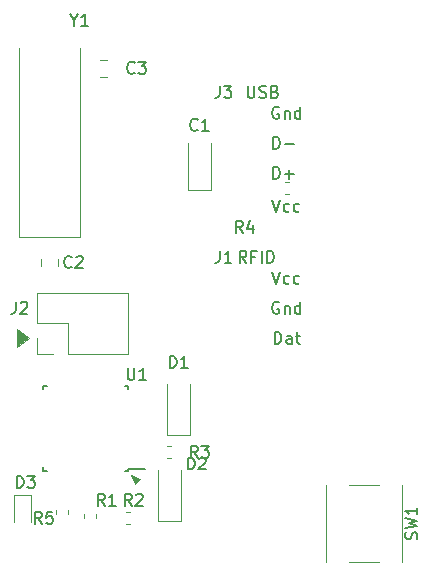
<source format=gbr>
G04 #@! TF.GenerationSoftware,KiCad,Pcbnew,(5.1.0)-1*
G04 #@! TF.CreationDate,2019-05-27T09:53:24+03:00*
G04 #@! TF.ProjectId,USB_RFID,5553425f-5246-4494-942e-6b696361645f,rev?*
G04 #@! TF.SameCoordinates,Original*
G04 #@! TF.FileFunction,Legend,Top*
G04 #@! TF.FilePolarity,Positive*
%FSLAX46Y46*%
G04 Gerber Fmt 4.6, Leading zero omitted, Abs format (unit mm)*
G04 Created by KiCad (PCBNEW (5.1.0)-1) date 2019-05-27 09:53:24*
%MOMM*%
%LPD*%
G04 APERTURE LIST*
%ADD10C,0.150000*%
%ADD11C,0.100000*%
%ADD12C,0.120000*%
G04 APERTURE END LIST*
D10*
X34806095Y-47458380D02*
X34806095Y-48267904D01*
X34853714Y-48363142D01*
X34901333Y-48410761D01*
X34996571Y-48458380D01*
X35187047Y-48458380D01*
X35282285Y-48410761D01*
X35329904Y-48363142D01*
X35377523Y-48267904D01*
X35377523Y-47458380D01*
X35806095Y-48410761D02*
X35948952Y-48458380D01*
X36187047Y-48458380D01*
X36282285Y-48410761D01*
X36329904Y-48363142D01*
X36377523Y-48267904D01*
X36377523Y-48172666D01*
X36329904Y-48077428D01*
X36282285Y-48029809D01*
X36187047Y-47982190D01*
X35996571Y-47934571D01*
X35901333Y-47886952D01*
X35853714Y-47839333D01*
X35806095Y-47744095D01*
X35806095Y-47648857D01*
X35853714Y-47553619D01*
X35901333Y-47506000D01*
X35996571Y-47458380D01*
X36234666Y-47458380D01*
X36377523Y-47506000D01*
X37139428Y-47934571D02*
X37282285Y-47982190D01*
X37329904Y-48029809D01*
X37377523Y-48125047D01*
X37377523Y-48267904D01*
X37329904Y-48363142D01*
X37282285Y-48410761D01*
X37187047Y-48458380D01*
X36806095Y-48458380D01*
X36806095Y-47458380D01*
X37139428Y-47458380D01*
X37234666Y-47506000D01*
X37282285Y-47553619D01*
X37329904Y-47648857D01*
X37329904Y-47744095D01*
X37282285Y-47839333D01*
X37234666Y-47886952D01*
X37139428Y-47934571D01*
X36806095Y-47934571D01*
X34702857Y-62428380D02*
X34369523Y-61952190D01*
X34131428Y-62428380D02*
X34131428Y-61428380D01*
X34512380Y-61428380D01*
X34607619Y-61476000D01*
X34655238Y-61523619D01*
X34702857Y-61618857D01*
X34702857Y-61761714D01*
X34655238Y-61856952D01*
X34607619Y-61904571D01*
X34512380Y-61952190D01*
X34131428Y-61952190D01*
X35464761Y-61904571D02*
X35131428Y-61904571D01*
X35131428Y-62428380D02*
X35131428Y-61428380D01*
X35607619Y-61428380D01*
X35988571Y-62428380D02*
X35988571Y-61428380D01*
X36464761Y-62428380D02*
X36464761Y-61428380D01*
X36702857Y-61428380D01*
X36845714Y-61476000D01*
X36940952Y-61571238D01*
X36988571Y-61666476D01*
X37036190Y-61856952D01*
X37036190Y-61999809D01*
X36988571Y-62190285D01*
X36940952Y-62285523D01*
X36845714Y-62380761D01*
X36702857Y-62428380D01*
X36464761Y-62428380D01*
X36965047Y-55316380D02*
X36965047Y-54316380D01*
X37203142Y-54316380D01*
X37346000Y-54364000D01*
X37441238Y-54459238D01*
X37488857Y-54554476D01*
X37536476Y-54744952D01*
X37536476Y-54887809D01*
X37488857Y-55078285D01*
X37441238Y-55173523D01*
X37346000Y-55268761D01*
X37203142Y-55316380D01*
X36965047Y-55316380D01*
X37965047Y-54935428D02*
X38726952Y-54935428D01*
X38346000Y-55316380D02*
X38346000Y-54554476D01*
X36965047Y-52776380D02*
X36965047Y-51776380D01*
X37203142Y-51776380D01*
X37346000Y-51824000D01*
X37441238Y-51919238D01*
X37488857Y-52014476D01*
X37536476Y-52204952D01*
X37536476Y-52347809D01*
X37488857Y-52538285D01*
X37441238Y-52633523D01*
X37346000Y-52728761D01*
X37203142Y-52776380D01*
X36965047Y-52776380D01*
X37965047Y-52395428D02*
X38726952Y-52395428D01*
X36909523Y-57110380D02*
X37242857Y-58110380D01*
X37576190Y-57110380D01*
X38338095Y-58062761D02*
X38242857Y-58110380D01*
X38052380Y-58110380D01*
X37957142Y-58062761D01*
X37909523Y-58015142D01*
X37861904Y-57919904D01*
X37861904Y-57634190D01*
X37909523Y-57538952D01*
X37957142Y-57491333D01*
X38052380Y-57443714D01*
X38242857Y-57443714D01*
X38338095Y-57491333D01*
X39195238Y-58062761D02*
X39100000Y-58110380D01*
X38909523Y-58110380D01*
X38814285Y-58062761D01*
X38766666Y-58015142D01*
X38719047Y-57919904D01*
X38719047Y-57634190D01*
X38766666Y-57538952D01*
X38814285Y-57491333D01*
X38909523Y-57443714D01*
X39100000Y-57443714D01*
X39195238Y-57491333D01*
X37457142Y-49284000D02*
X37361904Y-49236380D01*
X37219047Y-49236380D01*
X37076190Y-49284000D01*
X36980952Y-49379238D01*
X36933333Y-49474476D01*
X36885714Y-49664952D01*
X36885714Y-49807809D01*
X36933333Y-49998285D01*
X36980952Y-50093523D01*
X37076190Y-50188761D01*
X37219047Y-50236380D01*
X37314285Y-50236380D01*
X37457142Y-50188761D01*
X37504761Y-50141142D01*
X37504761Y-49807809D01*
X37314285Y-49807809D01*
X37933333Y-49569714D02*
X37933333Y-50236380D01*
X37933333Y-49664952D02*
X37980952Y-49617333D01*
X38076190Y-49569714D01*
X38219047Y-49569714D01*
X38314285Y-49617333D01*
X38361904Y-49712571D01*
X38361904Y-50236380D01*
X39266666Y-50236380D02*
X39266666Y-49236380D01*
X39266666Y-50188761D02*
X39171428Y-50236380D01*
X38980952Y-50236380D01*
X38885714Y-50188761D01*
X38838095Y-50141142D01*
X38790476Y-50045904D01*
X38790476Y-49760190D01*
X38838095Y-49664952D01*
X38885714Y-49617333D01*
X38980952Y-49569714D01*
X39171428Y-49569714D01*
X39266666Y-49617333D01*
X37100000Y-69286380D02*
X37100000Y-68286380D01*
X37338095Y-68286380D01*
X37480952Y-68334000D01*
X37576190Y-68429238D01*
X37623809Y-68524476D01*
X37671428Y-68714952D01*
X37671428Y-68857809D01*
X37623809Y-69048285D01*
X37576190Y-69143523D01*
X37480952Y-69238761D01*
X37338095Y-69286380D01*
X37100000Y-69286380D01*
X38528571Y-69286380D02*
X38528571Y-68762571D01*
X38480952Y-68667333D01*
X38385714Y-68619714D01*
X38195238Y-68619714D01*
X38100000Y-68667333D01*
X38528571Y-69238761D02*
X38433333Y-69286380D01*
X38195238Y-69286380D01*
X38100000Y-69238761D01*
X38052380Y-69143523D01*
X38052380Y-69048285D01*
X38100000Y-68953047D01*
X38195238Y-68905428D01*
X38433333Y-68905428D01*
X38528571Y-68857809D01*
X38861904Y-68619714D02*
X39242857Y-68619714D01*
X39004761Y-68286380D02*
X39004761Y-69143523D01*
X39052380Y-69238761D01*
X39147619Y-69286380D01*
X39242857Y-69286380D01*
X37457142Y-65794000D02*
X37361904Y-65746380D01*
X37219047Y-65746380D01*
X37076190Y-65794000D01*
X36980952Y-65889238D01*
X36933333Y-65984476D01*
X36885714Y-66174952D01*
X36885714Y-66317809D01*
X36933333Y-66508285D01*
X36980952Y-66603523D01*
X37076190Y-66698761D01*
X37219047Y-66746380D01*
X37314285Y-66746380D01*
X37457142Y-66698761D01*
X37504761Y-66651142D01*
X37504761Y-66317809D01*
X37314285Y-66317809D01*
X37933333Y-66079714D02*
X37933333Y-66746380D01*
X37933333Y-66174952D02*
X37980952Y-66127333D01*
X38076190Y-66079714D01*
X38219047Y-66079714D01*
X38314285Y-66127333D01*
X38361904Y-66222571D01*
X38361904Y-66746380D01*
X39266666Y-66746380D02*
X39266666Y-65746380D01*
X39266666Y-66698761D02*
X39171428Y-66746380D01*
X38980952Y-66746380D01*
X38885714Y-66698761D01*
X38838095Y-66651142D01*
X38790476Y-66555904D01*
X38790476Y-66270190D01*
X38838095Y-66174952D01*
X38885714Y-66127333D01*
X38980952Y-66079714D01*
X39171428Y-66079714D01*
X39266666Y-66127333D01*
X36909523Y-63206380D02*
X37242857Y-64206380D01*
X37576190Y-63206380D01*
X38338095Y-64158761D02*
X38242857Y-64206380D01*
X38052380Y-64206380D01*
X37957142Y-64158761D01*
X37909523Y-64111142D01*
X37861904Y-64015904D01*
X37861904Y-63730190D01*
X37909523Y-63634952D01*
X37957142Y-63587333D01*
X38052380Y-63539714D01*
X38242857Y-63539714D01*
X38338095Y-63587333D01*
X39195238Y-64158761D02*
X39100000Y-64206380D01*
X38909523Y-64206380D01*
X38814285Y-64158761D01*
X38766666Y-64111142D01*
X38719047Y-64015904D01*
X38719047Y-63730190D01*
X38766666Y-63634952D01*
X38814285Y-63587333D01*
X38909523Y-63539714D01*
X39100000Y-63539714D01*
X39195238Y-63587333D01*
D11*
G36*
X25654000Y-80772000D02*
G01*
X25294790Y-81131212D01*
X24935580Y-80412790D01*
X25654000Y-80772000D01*
G37*
X25654000Y-80772000D02*
X25294790Y-81131212D01*
X24935580Y-80412790D01*
X25654000Y-80772000D01*
G36*
X16256000Y-68834000D02*
G01*
X15240000Y-69596000D01*
X15240000Y-68072000D01*
X16256000Y-68834000D01*
G37*
X16256000Y-68834000D02*
X15240000Y-69596000D01*
X15240000Y-68072000D01*
X16256000Y-68834000D01*
D12*
X29799000Y-52328000D02*
X29799000Y-56238000D01*
X29799000Y-56238000D02*
X31669000Y-56238000D01*
X31669000Y-56238000D02*
X31669000Y-52328000D01*
X18744000Y-62146922D02*
X18744000Y-62664078D01*
X17324000Y-62146922D02*
X17324000Y-62664078D01*
X22864578Y-45264000D02*
X22347422Y-45264000D01*
X22864578Y-46684000D02*
X22347422Y-46684000D01*
X27956000Y-72672000D02*
X27956000Y-76972000D01*
X27956000Y-76972000D02*
X29956000Y-76972000D01*
X29956000Y-76972000D02*
X29956000Y-72672000D01*
X29194000Y-84310000D02*
X29194000Y-80010000D01*
X27194000Y-84310000D02*
X29194000Y-84310000D01*
X27194000Y-80010000D02*
X27194000Y-84310000D01*
X20972000Y-84008279D02*
X20972000Y-83682721D01*
X21992000Y-84008279D02*
X21992000Y-83682721D01*
X24826281Y-84584000D02*
X24500723Y-84584000D01*
X24826281Y-83564000D02*
X24500723Y-83564000D01*
X28331279Y-77944000D02*
X28005721Y-77944000D01*
X28331279Y-78964000D02*
X28005721Y-78964000D01*
X38288279Y-55624000D02*
X37962721Y-55624000D01*
X38288279Y-56644000D02*
X37962721Y-56644000D01*
D10*
X24707000Y-80079000D02*
X24707000Y-79854000D01*
X17457000Y-80079000D02*
X17457000Y-79754000D01*
X17457000Y-72829000D02*
X17457000Y-73154000D01*
X24707000Y-72829000D02*
X24707000Y-73154000D01*
X24707000Y-80079000D02*
X24382000Y-80079000D01*
X24707000Y-72829000D02*
X24382000Y-72829000D01*
X17457000Y-72829000D02*
X17782000Y-72829000D01*
X17457000Y-80079000D02*
X17782000Y-80079000D01*
X24707000Y-79854000D02*
X26132000Y-79854000D01*
D12*
X15484000Y-44233500D02*
X15484000Y-60208500D01*
X15484000Y-60208500D02*
X20584000Y-60208500D01*
X20584000Y-60208500D02*
X20584000Y-44233500D01*
X16483000Y-84340500D02*
X16483000Y-82055500D01*
X16483000Y-82055500D02*
X15013000Y-82055500D01*
X15013000Y-82055500D02*
X15013000Y-84340500D01*
X18572000Y-83703279D02*
X18572000Y-83377721D01*
X19592000Y-83703279D02*
X19592000Y-83377721D01*
X24698000Y-70164000D02*
X24698000Y-64964000D01*
X19558000Y-70164000D02*
X24698000Y-70164000D01*
X16958000Y-64964000D02*
X24698000Y-64964000D01*
X19558000Y-70164000D02*
X19558000Y-67564000D01*
X19558000Y-67564000D02*
X16958000Y-67564000D01*
X16958000Y-67564000D02*
X16958000Y-64964000D01*
X18288000Y-70164000D02*
X16958000Y-70164000D01*
X16958000Y-70164000D02*
X16958000Y-68834000D01*
X41438000Y-81268000D02*
X41438000Y-87728000D01*
X45968000Y-81268000D02*
X43368000Y-81268000D01*
X47898000Y-81268000D02*
X47898000Y-87728000D01*
X45968000Y-87728000D02*
X43368000Y-87728000D01*
X47868000Y-81268000D02*
X47898000Y-81268000D01*
X41438000Y-81268000D02*
X41468000Y-81268000D01*
X41438000Y-87728000D02*
X41468000Y-87728000D01*
X47898000Y-87728000D02*
X47868000Y-87728000D01*
D10*
X30567333Y-51157142D02*
X30519714Y-51204761D01*
X30376857Y-51252380D01*
X30281619Y-51252380D01*
X30138761Y-51204761D01*
X30043523Y-51109523D01*
X29995904Y-51014285D01*
X29948285Y-50823809D01*
X29948285Y-50680952D01*
X29995904Y-50490476D01*
X30043523Y-50395238D01*
X30138761Y-50300000D01*
X30281619Y-50252380D01*
X30376857Y-50252380D01*
X30519714Y-50300000D01*
X30567333Y-50347619D01*
X31519714Y-51252380D02*
X30948285Y-51252380D01*
X31234000Y-51252380D02*
X31234000Y-50252380D01*
X31138761Y-50395238D01*
X31043523Y-50490476D01*
X30948285Y-50538095D01*
X19899333Y-62762642D02*
X19851714Y-62810261D01*
X19708857Y-62857880D01*
X19613619Y-62857880D01*
X19470761Y-62810261D01*
X19375523Y-62715023D01*
X19327904Y-62619785D01*
X19280285Y-62429309D01*
X19280285Y-62286452D01*
X19327904Y-62095976D01*
X19375523Y-62000738D01*
X19470761Y-61905500D01*
X19613619Y-61857880D01*
X19708857Y-61857880D01*
X19851714Y-61905500D01*
X19899333Y-61953119D01*
X20280285Y-61953119D02*
X20327904Y-61905500D01*
X20423142Y-61857880D01*
X20661238Y-61857880D01*
X20756476Y-61905500D01*
X20804095Y-61953119D01*
X20851714Y-62048357D01*
X20851714Y-62143595D01*
X20804095Y-62286452D01*
X20232666Y-62857880D01*
X20851714Y-62857880D01*
X25233333Y-46331142D02*
X25185714Y-46378761D01*
X25042857Y-46426380D01*
X24947619Y-46426380D01*
X24804761Y-46378761D01*
X24709523Y-46283523D01*
X24661904Y-46188285D01*
X24614285Y-45997809D01*
X24614285Y-45854952D01*
X24661904Y-45664476D01*
X24709523Y-45569238D01*
X24804761Y-45474000D01*
X24947619Y-45426380D01*
X25042857Y-45426380D01*
X25185714Y-45474000D01*
X25233333Y-45521619D01*
X25566666Y-45426380D02*
X26185714Y-45426380D01*
X25852380Y-45807333D01*
X25995238Y-45807333D01*
X26090476Y-45854952D01*
X26138095Y-45902571D01*
X26185714Y-45997809D01*
X26185714Y-46235904D01*
X26138095Y-46331142D01*
X26090476Y-46378761D01*
X25995238Y-46426380D01*
X25709523Y-46426380D01*
X25614285Y-46378761D01*
X25566666Y-46331142D01*
X28217904Y-71318380D02*
X28217904Y-70318380D01*
X28456000Y-70318380D01*
X28598857Y-70366000D01*
X28694095Y-70461238D01*
X28741714Y-70556476D01*
X28789333Y-70746952D01*
X28789333Y-70889809D01*
X28741714Y-71080285D01*
X28694095Y-71175523D01*
X28598857Y-71270761D01*
X28456000Y-71318380D01*
X28217904Y-71318380D01*
X29741714Y-71318380D02*
X29170285Y-71318380D01*
X29456000Y-71318380D02*
X29456000Y-70318380D01*
X29360761Y-70461238D01*
X29265523Y-70556476D01*
X29170285Y-70604095D01*
X29741904Y-79926380D02*
X29741904Y-78926380D01*
X29980000Y-78926380D01*
X30122857Y-78974000D01*
X30218095Y-79069238D01*
X30265714Y-79164476D01*
X30313333Y-79354952D01*
X30313333Y-79497809D01*
X30265714Y-79688285D01*
X30218095Y-79783523D01*
X30122857Y-79878761D01*
X29980000Y-79926380D01*
X29741904Y-79926380D01*
X30694285Y-79021619D02*
X30741904Y-78974000D01*
X30837142Y-78926380D01*
X31075238Y-78926380D01*
X31170476Y-78974000D01*
X31218095Y-79021619D01*
X31265714Y-79116857D01*
X31265714Y-79212095D01*
X31218095Y-79354952D01*
X30646666Y-79926380D01*
X31265714Y-79926380D01*
X32432666Y-61428380D02*
X32432666Y-62142666D01*
X32385047Y-62285523D01*
X32289809Y-62380761D01*
X32146952Y-62428380D01*
X32051714Y-62428380D01*
X33432666Y-62428380D02*
X32861238Y-62428380D01*
X33146952Y-62428380D02*
X33146952Y-61428380D01*
X33051714Y-61571238D01*
X32956476Y-61666476D01*
X32861238Y-61714095D01*
X32432666Y-47458380D02*
X32432666Y-48172666D01*
X32385047Y-48315523D01*
X32289809Y-48410761D01*
X32146952Y-48458380D01*
X32051714Y-48458380D01*
X32813619Y-47458380D02*
X33432666Y-47458380D01*
X33099333Y-47839333D01*
X33242190Y-47839333D01*
X33337428Y-47886952D01*
X33385047Y-47934571D01*
X33432666Y-48029809D01*
X33432666Y-48267904D01*
X33385047Y-48363142D01*
X33337428Y-48410761D01*
X33242190Y-48458380D01*
X32956476Y-48458380D01*
X32861238Y-48410761D01*
X32813619Y-48363142D01*
X22693333Y-83002380D02*
X22360000Y-82526190D01*
X22121904Y-83002380D02*
X22121904Y-82002380D01*
X22502857Y-82002380D01*
X22598095Y-82050000D01*
X22645714Y-82097619D01*
X22693333Y-82192857D01*
X22693333Y-82335714D01*
X22645714Y-82430952D01*
X22598095Y-82478571D01*
X22502857Y-82526190D01*
X22121904Y-82526190D01*
X23645714Y-83002380D02*
X23074285Y-83002380D01*
X23360000Y-83002380D02*
X23360000Y-82002380D01*
X23264761Y-82145238D01*
X23169523Y-82240476D01*
X23074285Y-82288095D01*
X24979333Y-83002380D02*
X24646000Y-82526190D01*
X24407904Y-83002380D02*
X24407904Y-82002380D01*
X24788857Y-82002380D01*
X24884095Y-82050000D01*
X24931714Y-82097619D01*
X24979333Y-82192857D01*
X24979333Y-82335714D01*
X24931714Y-82430952D01*
X24884095Y-82478571D01*
X24788857Y-82526190D01*
X24407904Y-82526190D01*
X25360285Y-82097619D02*
X25407904Y-82050000D01*
X25503142Y-82002380D01*
X25741238Y-82002380D01*
X25836476Y-82050000D01*
X25884095Y-82097619D01*
X25931714Y-82192857D01*
X25931714Y-82288095D01*
X25884095Y-82430952D01*
X25312666Y-83002380D01*
X25931714Y-83002380D01*
X30567333Y-78938380D02*
X30234000Y-78462190D01*
X29995904Y-78938380D02*
X29995904Y-77938380D01*
X30376857Y-77938380D01*
X30472095Y-77986000D01*
X30519714Y-78033619D01*
X30567333Y-78128857D01*
X30567333Y-78271714D01*
X30519714Y-78366952D01*
X30472095Y-78414571D01*
X30376857Y-78462190D01*
X29995904Y-78462190D01*
X30900666Y-77938380D02*
X31519714Y-77938380D01*
X31186380Y-78319333D01*
X31329238Y-78319333D01*
X31424476Y-78366952D01*
X31472095Y-78414571D01*
X31519714Y-78509809D01*
X31519714Y-78747904D01*
X31472095Y-78843142D01*
X31424476Y-78890761D01*
X31329238Y-78938380D01*
X31043523Y-78938380D01*
X30948285Y-78890761D01*
X30900666Y-78843142D01*
X34377333Y-59888380D02*
X34044000Y-59412190D01*
X33805904Y-59888380D02*
X33805904Y-58888380D01*
X34186857Y-58888380D01*
X34282095Y-58936000D01*
X34329714Y-58983619D01*
X34377333Y-59078857D01*
X34377333Y-59221714D01*
X34329714Y-59316952D01*
X34282095Y-59364571D01*
X34186857Y-59412190D01*
X33805904Y-59412190D01*
X35234476Y-59221714D02*
X35234476Y-59888380D01*
X34996380Y-58840761D02*
X34758285Y-59555047D01*
X35377333Y-59555047D01*
X24638095Y-71334380D02*
X24638095Y-72143904D01*
X24685714Y-72239142D01*
X24733333Y-72286761D01*
X24828571Y-72334380D01*
X25019047Y-72334380D01*
X25114285Y-72286761D01*
X25161904Y-72239142D01*
X25209523Y-72143904D01*
X25209523Y-71334380D01*
X26209523Y-72334380D02*
X25638095Y-72334380D01*
X25923809Y-72334380D02*
X25923809Y-71334380D01*
X25828571Y-71477238D01*
X25733333Y-71572476D01*
X25638095Y-71620095D01*
X20097809Y-41886190D02*
X20097809Y-42362380D01*
X19764476Y-41362380D02*
X20097809Y-41886190D01*
X20431142Y-41362380D01*
X21288285Y-42362380D02*
X20716857Y-42362380D01*
X21002571Y-42362380D02*
X21002571Y-41362380D01*
X20907333Y-41505238D01*
X20812095Y-41600476D01*
X20716857Y-41648095D01*
X15263904Y-81478380D02*
X15263904Y-80478380D01*
X15502000Y-80478380D01*
X15644857Y-80526000D01*
X15740095Y-80621238D01*
X15787714Y-80716476D01*
X15835333Y-80906952D01*
X15835333Y-81049809D01*
X15787714Y-81240285D01*
X15740095Y-81335523D01*
X15644857Y-81430761D01*
X15502000Y-81478380D01*
X15263904Y-81478380D01*
X16168666Y-80478380D02*
X16787714Y-80478380D01*
X16454380Y-80859333D01*
X16597238Y-80859333D01*
X16692476Y-80906952D01*
X16740095Y-80954571D01*
X16787714Y-81049809D01*
X16787714Y-81287904D01*
X16740095Y-81383142D01*
X16692476Y-81430761D01*
X16597238Y-81478380D01*
X16311523Y-81478380D01*
X16216285Y-81430761D01*
X16168666Y-81383142D01*
X17359333Y-84526380D02*
X17026000Y-84050190D01*
X16787904Y-84526380D02*
X16787904Y-83526380D01*
X17168857Y-83526380D01*
X17264095Y-83574000D01*
X17311714Y-83621619D01*
X17359333Y-83716857D01*
X17359333Y-83859714D01*
X17311714Y-83954952D01*
X17264095Y-84002571D01*
X17168857Y-84050190D01*
X16787904Y-84050190D01*
X18264095Y-83526380D02*
X17787904Y-83526380D01*
X17740285Y-84002571D01*
X17787904Y-83954952D01*
X17883142Y-83907333D01*
X18121238Y-83907333D01*
X18216476Y-83954952D01*
X18264095Y-84002571D01*
X18311714Y-84097809D01*
X18311714Y-84335904D01*
X18264095Y-84431142D01*
X18216476Y-84478761D01*
X18121238Y-84526380D01*
X17883142Y-84526380D01*
X17787904Y-84478761D01*
X17740285Y-84431142D01*
X15160666Y-65746380D02*
X15160666Y-66460666D01*
X15113047Y-66603523D01*
X15017809Y-66698761D01*
X14874952Y-66746380D01*
X14779714Y-66746380D01*
X15589238Y-65841619D02*
X15636857Y-65794000D01*
X15732095Y-65746380D01*
X15970190Y-65746380D01*
X16065428Y-65794000D01*
X16113047Y-65841619D01*
X16160666Y-65936857D01*
X16160666Y-66032095D01*
X16113047Y-66174952D01*
X15541619Y-66746380D01*
X16160666Y-66746380D01*
X49122761Y-85831333D02*
X49170380Y-85688476D01*
X49170380Y-85450380D01*
X49122761Y-85355142D01*
X49075142Y-85307523D01*
X48979904Y-85259904D01*
X48884666Y-85259904D01*
X48789428Y-85307523D01*
X48741809Y-85355142D01*
X48694190Y-85450380D01*
X48646571Y-85640857D01*
X48598952Y-85736095D01*
X48551333Y-85783714D01*
X48456095Y-85831333D01*
X48360857Y-85831333D01*
X48265619Y-85783714D01*
X48218000Y-85736095D01*
X48170380Y-85640857D01*
X48170380Y-85402761D01*
X48218000Y-85259904D01*
X48170380Y-84926571D02*
X49170380Y-84688476D01*
X48456095Y-84498000D01*
X49170380Y-84307523D01*
X48170380Y-84069428D01*
X49170380Y-83164666D02*
X49170380Y-83736095D01*
X49170380Y-83450380D02*
X48170380Y-83450380D01*
X48313238Y-83545619D01*
X48408476Y-83640857D01*
X48456095Y-83736095D01*
M02*

</source>
